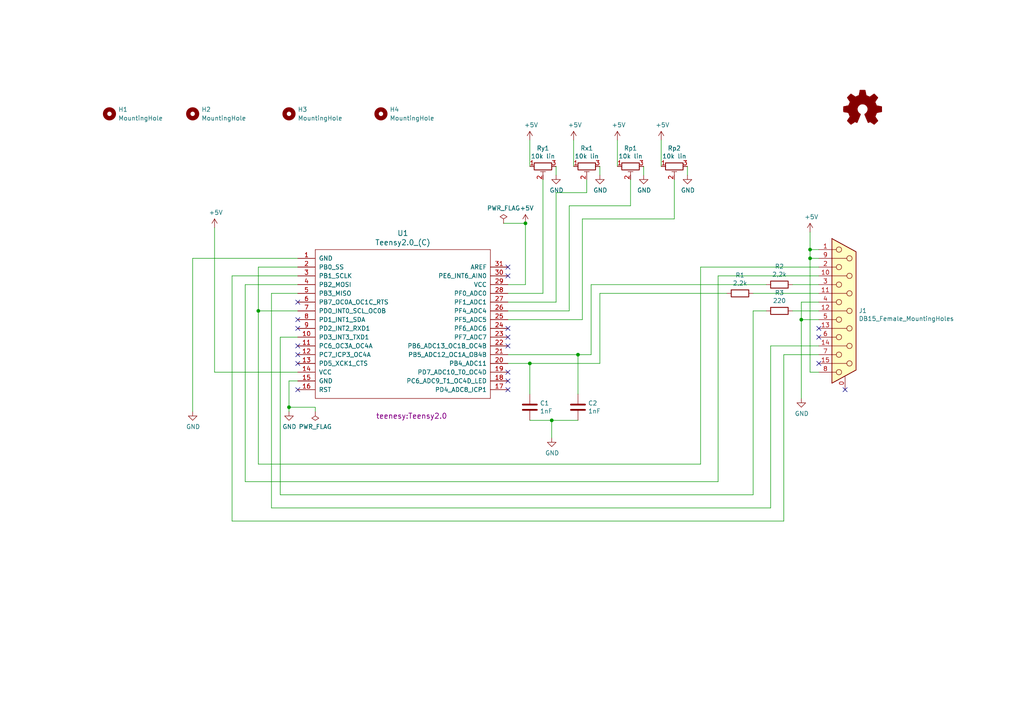
<source format=kicad_sch>
(kicad_sch (version 20230121) (generator eeschema)
  (paper "A4")
  (title_block (title "Adapt-FFB-Joy Tic Tac Edition") (date "2023-10-01") (rev "1.1") (comment 1 "by gh0stless 2023"))
  (lib_symbols
    (symbol "Adapt-FFB-Joy Tic Tac Edition-rescue:DB15_Female_MountingHoles-Connector" (pin_names (offset 1.016) hide)
      (property "Reference" "J" (at 0 24.13 0))
      (property "Value" "Connector_DB15_Female_MountingHoles" (at 0 22.225 0))
      (symbol "DB15_Female_MountingHoles-Connector_0_1"
        (circle (center -1.778 -17.78) (radius 0.762))
        (circle (center -1.778 -12.7) (radius 0.762))
        (circle (center -1.778 -7.62) (radius 0.762))
        (circle (center -1.778 -2.54) (radius 0.762))
        (circle (center -1.778 2.54) (radius 0.762))
        (circle (center -1.778 7.62) (radius 0.762))
        (circle (center -1.778 12.7) (radius 0.762))
        (circle (center -1.778 17.78) (radius 0.762))
        (polyline (pts (xy -3.81 -17.78) (xy -2.54 -17.78)))
        (polyline (pts (xy -3.81 -15.24) (xy 0.508 -15.24)))
        (polyline (pts (xy -3.81 -12.7) (xy -2.54 -12.7)))
        (polyline (pts (xy -3.81 -10.16) (xy 0.508 -10.16)))
        (polyline (pts (xy -3.81 -7.62) (xy -2.54 -7.62)))
        (polyline (pts (xy -3.81 -5.08) (xy 0.508 -5.08)))
        (polyline (pts (xy -3.81 -2.54) (xy -2.54 -2.54)))
        (polyline (pts (xy -3.81 0) (xy 0.508 0)))
        (polyline (pts (xy -3.81 2.54) (xy -2.54 2.54)))
        (polyline (pts (xy -3.81 5.08) (xy 0.508 5.08)))
        (polyline (pts (xy -3.81 7.62) (xy -2.54 7.62)))
        (polyline (pts (xy -3.81 10.16) (xy 0.508 10.16)))
        (polyline (pts (xy -3.81 12.7) (xy -2.54 12.7)))
        (polyline (pts (xy -3.81 15.24) (xy 0.508 15.24)))
        (polyline (pts (xy -3.81 17.78) (xy -2.54 17.78)))
        (polyline (pts (xy -3.81 20.955) (xy 3.175 17.145) (xy 3.175 -17.145) (xy -3.81 -20.955) (xy -3.81 20.955)) (stroke (width 0.254)) (fill (type background)))
        (circle (center 1.27 -15.24) (radius 0.762))
        (circle (center 1.27 -10.16) (radius 0.762))
        (circle (center 1.27 -5.08) (radius 0.762))
        (circle (center 1.27 0) (radius 0.762))
        (circle (center 1.27 5.08) (radius 0.762))
        (circle (center 1.27 10.16) (radius 0.762))
        (circle (center 1.27 15.24) (radius 0.762))
      )
      (symbol "DB15_Female_MountingHoles-Connector_1_1"
        (pin passive line (at 0 -22.86 90) (length 3.81) (name "PAD") (number "0"))
        (pin passive line (at -7.62 17.78 0) (length 3.81) (name "1") (number "1"))
        (pin passive line (at -7.62 10.16 0) (length 3.81) (name "P10") (number "10"))
        (pin passive line (at -7.62 5.08 0) (length 3.81) (name "P111") (number "11"))
        (pin passive line (at -7.62 0 0) (length 3.81) (name "P12") (number "12"))
        (pin passive line (at -7.62 -5.08 0) (length 3.81) (name "P13") (number "13"))
        (pin passive line (at -7.62 -10.16 0) (length 3.81) (name "P14") (number "14"))
        (pin passive line (at -7.62 -15.24 0) (length 3.81) (name "P15") (number "15"))
        (pin passive line (at -7.62 12.7 0) (length 3.81) (name "2") (number "2"))
        (pin passive line (at -7.62 7.62 0) (length 3.81) (name "3") (number "3"))
        (pin passive line (at -7.62 2.54 0) (length 3.81) (name "4") (number "4"))
        (pin passive line (at -7.62 -2.54 0) (length 3.81) (name "5") (number "5"))
        (pin passive line (at -7.62 -7.62 0) (length 3.81) (name "6") (number "6"))
        (pin passive line (at -7.62 -12.7 0) (length 3.81) (name "7") (number "7"))
        (pin passive line (at -7.62 -17.78 0) (length 3.81) (name "8") (number "8"))
        (pin passive line (at -7.62 15.24 0) (length 3.81) (name "P9") (number "9"))
      )
    )
    (symbol "Adapt-FFB-Joy Tic Tac Edition-rescue:R_POT_TRIM-Device" (pin_names (offset 1.016) hide)
      (property "Reference" "RV" (at -4.445 0 90))
      (property "Value" "Device_R_POT_TRIM" (at -2.54 0 90))
      (symbol "R_POT_TRIM-Device_0_1"
        (polyline (pts (xy 1.524 0.762) (xy 1.524 -0.762)))
        (polyline (pts (xy 2.54 0) (xy 1.524 0)))
        (rectangle (start 1.016 2.54) (end -1.016 -2.54) (stroke (width 0.254)))
      )
      (symbol "R_POT_TRIM-Device_1_1"
        (pin passive line (at 0 3.81 270) (length 1.27) (name "1") (number "1"))
        (pin passive line (at 3.81 0 180) (length 1.27) (name "2") (number "2"))
        (pin passive line (at 0 -3.81 90) (length 1.27) (name "3") (number "3"))
      )
    )
    (symbol "Adapt-FFB-Joy Tic Tac Edition-rescue:Teensy2.0_(C)-teensy" (pin_names (offset 1.016))
      (property "Reference" "U" (at 0 24.13 0))
      (property "Value" "teensy_Teensy2.0_(C)" (at 0 -24.13 0))
      (symbol "Teensy2.0_(C)-teensy_0_1"
        (rectangle (start -25.4 21.59) (end 25.4 -21.59))
      )
      (symbol "Teensy2.0_(C)-teensy_1_1"
        (pin power_in line (at -30.48 19.05 0) (length 5.08) (name "GND") (number "1"))
        (pin bidirectional line (at -30.48 -3.81 0) (length 5.08) (name "PD3_INT3_TXD1") (number "10"))
        (pin bidirectional line (at -30.48 -6.35 0) (length 5.08) (name "PC6_OC3A_OC4A") (number "11"))
        (pin bidirectional line (at -30.48 -8.89 0) (length 5.08) (name "PC7_ICP3_OC4A") (number "12"))
        (pin bidirectional line (at -30.48 -11.43 0) (length 5.08) (name "PD5_XCK1_CTS") (number "13"))
        (pin power_in line (at -30.48 -13.97 0) (length 5.08) (name "VCC") (number "14"))
        (pin power_in line (at -30.48 -16.51 0) (length 5.08) (name "GND") (number "15"))
        (pin input line (at -30.48 -19.05 0) (length 5.08) (name "RST") (number "16"))
        (pin bidirectional line (at 30.48 -19.05 180) (length 5.08) (name "PD4_ADC8_ICP1") (number "17"))
        (pin bidirectional line (at 30.48 -16.51 180) (length 5.08) (name "PC6_ADC9_T1_OC4D_LED") (number "18"))
        (pin bidirectional line (at 30.48 -13.97 180) (length 5.08) (name "PD7_ADC10_T0_OC4D") (number "19"))
        (pin bidirectional line (at -30.48 16.51 0) (length 5.08) (name "PB0_SS") (number "2"))
        (pin bidirectional line (at 30.48 -11.43 180) (length 5.08) (name "PB4_ADC11") (number "20"))
        (pin bidirectional line (at 30.48 -8.89 180) (length 5.08) (name "PB5_ADC12_OC1A_OB4B") (number "21"))
        (pin bidirectional line (at 30.48 -6.35 180) (length 5.08) (name "PB6_ADC13_OC1B_OC4B") (number "22"))
        (pin bidirectional line (at 30.48 -3.81 180) (length 5.08) (name "PF7_ADC7") (number "23"))
        (pin bidirectional line (at 30.48 -1.27 180) (length 5.08) (name "PF6_ADC6") (number "24"))
        (pin bidirectional line (at 30.48 1.27 180) (length 5.08) (name "PF5_ADC5") (number "25"))
        (pin bidirectional line (at 30.48 3.81 180) (length 5.08) (name "PF4_ADC4") (number "26"))
        (pin bidirectional line (at 30.48 6.35 180) (length 5.08) (name "PF1_ADC1") (number "27"))
        (pin bidirectional line (at 30.48 8.89 180) (length 5.08) (name "PF0_ADC0") (number "28"))
        (pin power_in line (at 30.48 11.43 180) (length 5.08) (name "VCC") (number "29"))
        (pin bidirectional line (at -30.48 13.97 0) (length 5.08) (name "PB1_SCLK") (number "3"))
        (pin bidirectional line (at 30.48 13.97 180) (length 5.08) (name "PE6_INT6_AIN0") (number "30"))
        (pin input line (at 30.48 16.51 180) (length 5.08) (name "AREF") (number "31"))
        (pin bidirectional line (at -30.48 11.43 0) (length 5.08) (name "PB2_MOSI") (number "4"))
        (pin bidirectional line (at -30.48 8.89 0) (length 5.08) (name "PB3_MISO") (number "5"))
        (pin bidirectional line (at -30.48 6.35 0) (length 5.08) (name "PB7_OC0A_OC1C_RTS") (number "6"))
        (pin bidirectional line (at -30.48 3.81 0) (length 5.08) (name "PD0_INT0_SCL_OC0B") (number "7"))
        (pin bidirectional line (at -30.48 1.27 0) (length 5.08) (name "PD1_INT1_SDA") (number "8"))
        (pin bidirectional line (at -30.48 -1.27 0) (length 5.08) (name "PD2_INT2_RXD1") (number "9"))
      )
    )
    (symbol "Device:C" (pin_numbers hide) (pin_names (offset 0.254))
      (property "Reference" "C" (at 0.635 2.54 0))
      (property "Value" "C" (at 0.635 -2.54 0))
      (symbol "C_0_1"
        (polyline (pts (xy -2.032 -0.762) (xy 2.032 -0.762)) (stroke (width 0.508)))
        (polyline (pts (xy -2.032 0.762) (xy 2.032 0.762)) (stroke (width 0.508)))
      )
      (symbol "C_1_1"
        (pin passive line (at 0 3.81 270) (length 2.794) (name "~") (number "1"))
        (pin passive line (at 0 -3.81 90) (length 2.794) (name "~") (number "2"))
      )
    )
    (symbol "Device:R" (pin_numbers hide) (pin_names (offset 0))
      (property "Reference" "R" (at 2.032 0 90))
      (property "Value" "R" (at 0 0 90))
      (symbol "R_0_1"
        (rectangle (start -1.016 -2.54) (end 1.016 2.54) (stroke (width 0.254)))
      )
      (symbol "R_1_1"
        (pin passive line (at 0 3.81 270) (length 1.27) (name "~") (number "1"))
        (pin passive line (at 0 -3.81 90) (length 1.27) (name "~") (number "2"))
      )
    )
    (symbol "Graphic:Logo_Open_Hardware_Small" (in_bom no) (on_board no)
      (symbol "Logo_Open_Hardware_Small_0_1"
        (polyline (pts (xy 3.3528 -4.3434) (xy 3.302 -4.318) (xy 3.175 -4.2418) (xy 2.9972 -4.1148) (xy 2.7686 -3.9624) (xy 2.54 -3.81) (xy 2.3622 -3.7084) (xy 2.2352 -3.6068) (xy 2.1844 -3.5814) (xy 2.159 -3.6068) (xy 2.0574 -3.6576) (xy 1.905 -3.7338) (xy 1.8034 -3.7846) (xy 1.6764 -3.8354) (xy 1.6002 -3.8354) (xy 1.6002 -3.8354) (xy 1.5494 -3.7338) (xy 1.4732 -3.5306) (xy 1.3462 -3.302) (xy 1.2446 -3.0226) (xy 1.1176 -2.7178) (xy 0.9652 -2.413) (xy 0.8636 -2.1082) (xy 0.7366 -1.8288) (xy 0.6604 -1.6256) (xy 0.6096 -1.4732) (xy 0.5842 -1.397) (xy 0.5842 -1.397) (xy 0.6604 -1.3208) (xy 0.7874 -1.2446) (xy 1.0414 -1.016) (xy 1.2954 -0.6858) (xy 1.4478 -0.3302) (xy 1.524 0.0762) (xy 1.4732 0.4572) (xy 1.3208 0.8128) (xy 1.0668 1.143) (xy 0.762 1.3716) (xy 0.4064 1.524) (xy 0 1.5748) (xy -0.381 1.5494) (xy -0.7366 1.397) (xy -1.0668 1.143) (xy -1.2192 0.9906) (xy -1.397 0.6604) (xy -1.524 0.3048) (xy -1.524 0.2286) (xy -1.4986 -0.1778) (xy -1.397 -0.5334) (xy -1.1938 -0.8636) (xy -0.9144 -1.143) (xy -0.8636 -1.1684) (xy -0.7366 -1.27) (xy -0.635 -1.3462) (xy -0.5842 -1.397) (xy -1.0668 -2.5908) (xy -1.143 -2.794) (xy -1.2954 -3.1242) (xy -1.397 -3.4036) (xy -1.4986 -3.6322) (xy -1.5748 -3.7846) (xy -1.6002 -3.8354) (xy -1.6002 -3.8354) (xy -1.651 -3.8354) (xy -1.7272 -3.81) (xy -1.905 -3.7338) (xy -2.0066 -3.683) (xy -2.1336 -3.6068) (xy -2.2098 -3.5814) (xy -2.2606 -3.6068) (xy -2.3622 -3.683) (xy -2.54 -3.81) (xy -2.7686 -3.9624) (xy -2.9718 -4.0894) (xy -3.1496 -4.2164) (xy -3.302 -4.318) (xy -3.3528 -4.3434) (xy -3.3782 -4.3434) (xy -3.429 -4.318) (xy -3.5306 -4.2164) (xy -3.7084 -4.064) (xy -3.937 -3.8354) (xy -3.9624 -3.81) (xy -4.1656 -3.6068) (xy -4.318 -3.4544) (xy -4.4196 -3.3274) (xy -4.445 -3.2766) (xy -4.445 -3.2766) (xy -4.4196 -3.2258) (xy -4.318 -3.0734) (xy -4.2164 -2.8956) (xy -4.064 -2.667) (xy -3.6576 -2.0828) (xy -3.8862 -1.5494) (xy -3.937 -1.3716) (xy -4.0386 -1.1684) (xy -4.0894 -1.0414) (xy -4.1148 -0.9652) (xy -4.191 -0.9398) (xy -4.318 -0.9144) (xy -4.5466 -0.8636) (xy -4.8006 -0.8128) (xy -5.0546 -0.7874) (xy -5.2578 -0.7366) (xy -5.4356 -0.7112) (xy -5.5118 -0.6858) (xy -5.5118 -0.6858) (xy -5.5372 -0.635) (xy -5.5372 -0.5588) (xy -5.5372 -0.4318) (xy -5.5626 -0.2286) (xy -5.5626 0.0762) (xy -5.5626 0.127) (xy -5.5372 0.4064) (xy -5.5372 0.635) (xy -5.5372 0.762) (xy -5.5372 0.8382) (xy -5.5372 0.8382) (xy -5.461 0.8382) (xy -5.3086 0.889) (xy -5.08 0.9144) (xy -4.826 0.9652) (xy -4.8006 0.9906) (xy -4.5466 1.0414) (xy -4.318 1.0668) (xy -4.1656 1.1176) (xy -4.0894 1.143) (xy -4.0894 1.143) (xy -4.0386 1.2446) (xy -3.9624 1.4224) (xy -3.8608 1.6256) (xy -3.7846 1.8288) (xy -3.7084 2.0066) (xy -3.6576 2.159) (xy -3.6322 2.2098) (xy -3.6322 2.2098) (xy -3.683 2.286) (xy -3.7592 2.413) (xy -3.8862 2.5908) (xy -4.064 2.8194) (xy -4.064 2.8448) (xy -4.2164 3.0734) (xy -4.3434 3.2512) (xy -4.4196 3.3782) (xy -4.445 3.4544) (xy -4.445 3.4544) (xy -4.3942 3.5052) (xy -4.2926 3.6322) (xy -4.1148 3.81) (xy -3.937 4.0132) (xy -3.8608 4.064) (xy -3.6576 4.2926) (xy -3.5052 4.4196) (xy -3.4036 4.4958) (xy -3.3528 4.5212) (xy -3.3528 4.5212) (xy -3.302 4.4704) (xy -3.1496 4.3688) (xy -2.9718 4.2418) (xy -2.7432 4.0894) (xy -2.7178 4.0894) (xy -2.4892 3.937) (xy -2.3114 3.81) (xy -2.1844 3.7084) (xy -2.1336 3.683) (xy -2.1082 3.683) (xy -2.032 3.7084) (xy -1.8542 3.7592) (xy -1.6764 3.8354) (xy -1.4732 3.937) (xy -1.27 4.0132) (xy -1.143 4.064) (xy -1.0668 4.1148) (xy -1.0668 4.1148) (xy -1.0414 4.191) (xy -1.016 4.3434) (xy -0.9652 4.572) (xy -0.9144 4.8514) (xy -0.889 4.9022) (xy -0.8382 5.1562) (xy -0.8128 5.3848) (xy -0.7874 5.5372) (xy -0.762 5.588) (xy -0.7112 5.6134) (xy -0.5842 5.6134) (xy -0.4064 5.6134) (xy -0.1524 5.6134) (xy 0.0762 5.6134) (xy 0.3302 5.6134) (xy 0.5334 5.6134) (xy 0.6858 5.588) (xy 0.7366 5.588) (xy 0.7366 5.588) (xy 0.762 5.5118) (xy 0.8128 5.334) (xy 0.8382 5.1054) (xy 0.9144 4.826) (xy 0.9144 4.7752) (xy 0.9652 4.5212) (xy 1.016 4.2926) (xy 1.0414 4.1402) (xy 1.0668 4.0894) (xy 1.0668 4.0894) (xy 1.1938 4.0386) (xy 1.3716 3.9624) (xy 1.5748 3.8608) (xy 2.0828 3.6576) (xy 2.7178 4.0894) (xy 2.7686 4.1402) (xy 2.9972 4.2926) (xy 3.175 4.4196) (xy 3.302 4.4958) (xy 3.3782 4.5212) (xy 3.3782 4.5212) (xy 3.429 4.4704) (xy 3.556 4.3434) (xy 3.7338 4.191) (xy 3.9116 3.9878) (xy 4.064 3.8354) (xy 4.2418 3.6576) (xy 4.3434 3.556) (xy 4.4196 3.4798) (xy 4.4196 3.429) (xy 4.4196 3.4036) (xy 4.3942 3.3274) (xy 4.2926 3.2004) (xy 4.1656 2.9972) (xy 4.0132 2.794) (xy 3.8862 2.5908) (xy 3.7592 2.3876) (xy 3.6576 2.2352) (xy 3.6322 2.159) (xy 3.6322 2.1336) (xy 3.683 2.0066) (xy 3.7592 1.8288) (xy 3.8608 1.6002) (xy 4.064 1.1176) (xy 4.3942 1.0414) (xy 4.5974 1.016) (xy 4.8768 0.9652) (xy 5.1308 0.9144) (xy 5.5372 0.8382) (xy 5.5626 -0.6604) (xy 5.4864 -0.6858) (xy 5.4356 -0.6858) (xy 5.2832 -0.7366) (xy 5.0546 -0.762) (xy 4.8006 -0.8128) (xy 4.5974 -0.8636) (xy 4.3688 -0.9144) (xy 4.2164 -0.9398) (xy 4.1402 -0.9398) (xy 4.1148 -0.9652) (xy 4.064 -1.0668) (xy 3.9878 -1.2446) (xy 3.9116 -1.4478) (xy 3.81 -1.651) (xy 3.7338 -1.8542) (xy 3.683 -2.0066) (xy 3.6576 -2.0828) (xy 3.683 -2.1336) (xy 3.7846 -2.2606) (xy 3.8862 -2.4638) (xy 4.0386 -2.667) (xy 4.191 -2.8956) (xy 4.318 -3.0734) (xy 4.3942 -3.2004) (xy 4.445 -3.2766) (xy 4.4196 -3.3274) (xy 4.3434 -3.429) (xy 4.1656 -3.5814) (xy 3.937 -3.8354) (xy 3.8862 -3.8608) (xy 3.683 -4.064) (xy 3.5306 -4.2164) (xy 3.4036 -4.318) (xy 3.3528 -4.3434)) (fill (type outline)))
      )
    )
    (symbol "Mechanical:MountingHole" (pin_names (offset 1.016))
      (property "Reference" "H" (at 0 5.08 0))
      (property "Value" "MountingHole" (at 0 3.175 0))
      (symbol "MountingHole_0_1"
        (circle (center 0 0) (radius 1.27) (stroke (width 1.27)))
      )
    )
    (symbol "power:+5V" (power) (pin_names (offset 0))
      (property "Value" "+5V" (at 0 3.556 0))
      (symbol "+5V_0_1"
        (polyline (pts (xy -0.762 1.27) (xy 0 2.54)))
        (polyline (pts (xy 0 0) (xy 0 2.54)))
        (polyline (pts (xy 0 2.54) (xy 0.762 1.27)))
      )
      (symbol "+5V_1_1"
        (pin power_in line (at 0 0 90) (length 0) hide (name "+5V") (number "1"))
      )
    )
    (symbol "power:GND" (power) (pin_names (offset 0))
      (property "Value" "GND" (at 0 -3.81 0))
      (symbol "GND_0_1"
        (polyline (pts (xy 0 0) (xy 0 -1.27) (xy 1.27 -1.27) (xy 0 -2.54) (xy -1.27 -1.27) (xy 0 -1.27)))
      )
      (symbol "GND_1_1"
        (pin power_in line (at 0 0 270) (length 0) hide (name "GND") (number "1"))
      )
    )
    (symbol "power:PWR_FLAG" (power) (pin_numbers hide) (pin_names (offset 0) hide)
      (property "Value" "PWR_FLAG" (at 0 3.81 0))
      (symbol "PWR_FLAG_0_0"
        (pin power_out line (at 0 0 90) (length 0) (name "pwr") (number "1"))
      )
      (symbol "PWR_FLAG_0_1"
        (polyline (pts (xy 0 0) (xy 0 1.27) (xy -1.016 1.905) (xy 0 2.54) (xy 1.016 1.905) (xy 0 1.27)))
      )
    )
  )
  (junction (at 167.64 102.87))
  (junction (at 234.95 74.93))
  (junction (at 74.93 90.17))
  (junction (at 152.4 64.77))
  (junction (at 234.95 72.39))
  (junction (at 232.41 92.71))
  (junction (at 153.67 105.41))
  (junction (at 160.02 121.92))
  (junction (at 83.82 118.11))
  (no_connect (at 86.36 95.25))
  (no_connect (at 147.32 110.49))
  (no_connect (at 147.32 97.79))
  (no_connect (at 147.32 113.03))
  (no_connect (at 86.36 100.33))
  (no_connect (at 86.36 87.63))
  (no_connect (at 147.32 77.47))
  (no_connect (at 147.32 100.33))
  (no_connect (at 86.36 92.71))
  (no_connect (at 237.49 105.41))
  (no_connect (at 245.11 113.03))
  (no_connect (at 237.49 97.79))
  (no_connect (at 86.36 105.41))
  (no_connect (at 86.36 113.03))
  (no_connect (at 147.32 107.95))
  (no_connect (at 147.32 80.01))
  (no_connect (at 86.36 102.87))
  (no_connect (at 147.32 95.25))
  (no_connect (at 237.49 95.25))
  (wire (pts (xy 237.49 77.47) (xy 203.2 77.47)))
  (wire (pts (xy 227.33 102.87) (xy 227.33 151.13)))
  (wire (pts (xy 237.49 87.63) (xy 232.41 87.63)))
  (wire (pts (xy 222.25 82.55) (xy 171.45 82.55)))
  (wire (pts (xy 152.4 64.77) (xy 152.4 82.55)))
  (wire (pts (xy 74.93 134.62) (xy 74.93 90.17)))
  (wire (pts (xy 191.77 40.64) (xy 191.77 48.26)))
  (wire (pts (xy 147.32 87.63) (xy 161.29 87.63)))
  (wire (pts (xy 170.18 55.88) (xy 170.18 52.07)))
  (wire (pts (xy 218.44 90.17) (xy 222.25 90.17)))
  (wire (pts (xy 153.67 40.64) (xy 153.67 48.26)))
  (wire (pts (xy 83.82 110.49) (xy 86.36 110.49)))
  (wire (pts (xy 78.74 85.09) (xy 78.74 147.32)))
  (wire (pts (xy 182.88 59.69) (xy 182.88 52.07)))
  (wire (pts (xy 86.36 107.95) (xy 62.23 107.95)))
  (wire (pts (xy 86.36 82.55) (xy 71.12 82.55)))
  (wire (pts (xy 161.29 87.63) (xy 161.29 55.88)))
  (wire (pts (xy 91.44 119.38) (xy 91.44 118.11)))
  (wire (pts (xy 147.32 92.71) (xy 168.91 92.71)))
  (wire (pts (xy 234.95 74.93) (xy 234.95 107.95)))
  (wire (pts (xy 167.64 102.87) (xy 147.32 102.87)))
  (wire (pts (xy 67.31 80.01) (xy 67.31 151.13)))
  (wire (pts (xy 218.44 143.51) (xy 81.28 143.51)))
  (wire (pts (xy 208.28 80.01) (xy 208.28 139.7)))
  (wire (pts (xy 74.93 90.17) (xy 86.36 90.17)))
  (wire (pts (xy 232.41 92.71) (xy 232.41 115.57)))
  (wire (pts (xy 147.32 90.17) (xy 165.1 90.17)))
  (wire (pts (xy 160.02 121.92) (xy 167.64 121.92)))
  (wire (pts (xy 234.95 67.31) (xy 234.95 72.39)))
  (wire (pts (xy 165.1 90.17) (xy 165.1 59.69)))
  (wire (pts (xy 166.37 40.64) (xy 166.37 48.26)))
  (wire (pts (xy 173.99 48.26) (xy 173.99 50.8)))
  (wire (pts (xy 237.49 82.55) (xy 229.87 82.55)))
  (wire (pts (xy 168.91 92.71) (xy 168.91 63.5)))
  (wire (pts (xy 234.95 74.93) (xy 237.49 74.93)))
  (wire (pts (xy 153.67 105.41) (xy 173.99 105.41)))
  (wire (pts (xy 86.36 80.01) (xy 67.31 80.01)))
  (wire (pts (xy 237.49 72.39) (xy 234.95 72.39)))
  (wire (pts (xy 167.64 114.3) (xy 167.64 102.87)))
  (wire (pts (xy 74.93 90.17) (xy 74.93 77.47)))
  (wire (pts (xy 71.12 82.55) (xy 71.12 139.7)))
  (wire (pts (xy 81.28 97.79) (xy 81.28 143.51)))
  (wire (pts (xy 171.45 102.87) (xy 167.64 102.87)))
  (wire (pts (xy 237.49 102.87) (xy 227.33 102.87)))
  (wire (pts (xy 62.23 66.04) (xy 62.23 107.95)))
  (wire (pts (xy 208.28 139.7) (xy 71.12 139.7)))
  (wire (pts (xy 161.29 55.88) (xy 170.18 55.88)))
  (wire (pts (xy 223.52 147.32) (xy 78.74 147.32)))
  (wire (pts (xy 83.82 119.38) (xy 83.82 118.11)))
  (wire (pts (xy 157.48 85.09) (xy 147.32 85.09)))
  (wire (pts (xy 173.99 85.09) (xy 210.82 85.09)))
  (wire (pts (xy 153.67 114.3) (xy 153.67 105.41)))
  (wire (pts (xy 55.88 74.93) (xy 55.88 119.38)))
  (wire (pts (xy 203.2 77.47) (xy 203.2 134.62)))
  (wire (pts (xy 67.31 151.13) (xy 227.33 151.13)))
  (wire (pts (xy 234.95 72.39) (xy 234.95 74.93)))
  (wire (pts (xy 232.41 92.71) (xy 237.49 92.71)))
  (wire (pts (xy 237.49 85.09) (xy 218.44 85.09)))
  (wire (pts (xy 55.88 74.93) (xy 86.36 74.93)))
  (wire (pts (xy 237.49 80.01) (xy 208.28 80.01)))
  (wire (pts (xy 237.49 100.33) (xy 223.52 100.33)))
  (wire (pts (xy 229.87 90.17) (xy 237.49 90.17)))
  (wire (pts (xy 152.4 64.77) (xy 146.05 64.77)))
  (wire (pts (xy 157.48 52.07) (xy 157.48 85.09)))
  (wire (pts (xy 195.58 63.5) (xy 195.58 52.07)))
  (wire (pts (xy 171.45 82.55) (xy 171.45 102.87)))
  (wire (pts (xy 74.93 77.47) (xy 86.36 77.47)))
  (wire (pts (xy 179.07 40.64) (xy 179.07 48.26)))
  (wire (pts (xy 168.91 63.5) (xy 195.58 63.5)))
  (wire (pts (xy 234.95 107.95) (xy 237.49 107.95)))
  (wire (pts (xy 199.39 48.26) (xy 199.39 50.8)))
  (wire (pts (xy 83.82 118.11) (xy 83.82 110.49)))
  (wire (pts (xy 86.36 85.09) (xy 78.74 85.09)))
  (wire (pts (xy 147.32 105.41) (xy 153.67 105.41)))
  (wire (pts (xy 161.29 48.26) (xy 161.29 50.8)))
  (wire (pts (xy 147.32 82.55) (xy 152.4 82.55)))
  (wire (pts (xy 223.52 100.33) (xy 223.52 147.32)))
  (wire (pts (xy 232.41 87.63) (xy 232.41 92.71)))
  (wire (pts (xy 218.44 90.17) (xy 218.44 143.51)))
  (wire (pts (xy 91.44 118.11) (xy 83.82 118.11)))
  (wire (pts (xy 173.99 105.41) (xy 173.99 85.09)))
  (wire (pts (xy 153.67 121.92) (xy 160.02 121.92)))
  (wire (pts (xy 165.1 59.69) (xy 182.88 59.69)))
  (wire (pts (xy 86.36 97.79) (xy 81.28 97.79)))
  (wire (pts (xy 160.02 121.92) (xy 160.02 127)))
  (wire (pts (xy 186.69 48.26) (xy 186.69 50.8)))
  (wire (pts (xy 203.2 134.62) (xy 74.93 134.62)))
  (symbol (lib_id "Adapt-FFB-Joy Tic Tac Edition-rescue:Teensy2.0_(C)-teensy") (at 116.84 93.98 0) (unit 1)
    (property "Reference" "U1" (at 116.84 67.6402 0) (effects (font (size 1.524 1.524))))
    (property "Value" "Teensy2.0_(C)" (at 116.84 70.3326 0) (effects (font (size 1.524 1.524))))
    (property "Footprint" "teenesy:Teensy2.0" (at 119.38 120.65 0) (effects (font (size 1.524 1.524))))
  )
  (symbol (lib_id "Adapt-FFB-Joy Tic Tac Edition-rescue:DB15_Female_MountingHoles-Connector") (at 245.11 90.17 0) (unit 1)
    (property "Reference" "J1" (at 249.047 90.1192 0) (effects (justify left)))
    (property "Value" "DB15_Female_MountingHoles" (at 249.047 92.4306 0) (effects (justify left)))
    (property "Footprint" "Connector_Dsub:DSUB-15_Female_Horizontal_P2.77x2.84mm_EdgePinOffset4.94mm_Housed_MountingHolesOffset7.48mm" (effects hide))
    (property "Datasheet" " ~" (effects hide))
  )
  (symbol (lib_id "power:GND") (at 232.41 115.57 0) (unit 1)
    (property "Reference" "#PWR0101" (effects hide))
    (property "Value" "GND" (at 232.537 119.9642 0))
  )
  (symbol (lib_id "power:+5V") (at 234.95 67.31 0) (unit 1)
    (property "Reference" "#PWR0102" (effects hide))
    (property "Value" "+5V" (at 235.331 62.9158 0))
  )
  (symbol (lib_id "Device:R") (at 226.06 82.55 270) (unit 1)
    (property "Reference" "R2" (at 226.06 77.2922 90))
    (property "Value" "2,2k" (at 226.06 79.6036 90))
    (property "Footprint" "Resistor_THT:R_Axial_DIN0207_L6.3mm_D2.5mm_P10.16mm_Horizontal" (effects hide))
  )
  (symbol (lib_id "Device:R") (at 214.63 85.09 270) (unit 1)
    (property "Reference" "R1" (at 214.63 79.8322 90))
    (property "Value" "2,2k" (at 214.63 82.1436 90))
    (property "Footprint" "Resistor_THT:R_Axial_DIN0207_L6.3mm_D2.5mm_P10.16mm_Horizontal" (effects hide))
  )
  (symbol (lib_id "Device:R") (at 226.06 90.17 270) (unit 1)
    (property "Reference" "R3" (at 226.06 84.9122 90))
    (property "Value" "220" (at 226.06 87.2236 90))
    (property "Footprint" "Resistor_THT:R_Axial_DIN0207_L6.3mm_D2.5mm_P10.16mm_Horizontal" (effects hide))
  )
  (symbol (lib_id "Adapt-FFB-Joy Tic Tac Edition-rescue:R_POT_TRIM-Device") (at 157.48 48.26 90) (mirror x) (unit 1)
    (property "Reference" "Ry1" (at 157.48 43.0022 90))
    (property "Value" "10k lin" (at 157.48 45.3136 90))
    (property "Footprint" "Connector_PinHeader_2.54mm:PinHeader_1x03_P2.54mm_Vertical" (effects hide))
  )
  (symbol (lib_id "Adapt-FFB-Joy Tic Tac Edition-rescue:R_POT_TRIM-Device") (at 170.18 48.26 90) (mirror x) (unit 1)
    (property "Reference" "Rx1" (at 170.18 43.0022 90))
    (property "Value" "10k lin" (at 170.18 45.3136 90))
    (property "Footprint" "Connector_PinHeader_2.54mm:PinHeader_1x03_P2.54mm_Vertical" (effects hide))
  )
  (symbol (lib_id "Adapt-FFB-Joy Tic Tac Edition-rescue:R_POT_TRIM-Device") (at 182.88 48.26 90) (mirror x) (unit 1)
    (property "Reference" "Rp1" (at 182.88 43.0022 90))
    (property "Value" "10k lin" (at 182.88 45.3136 90))
    (property "Footprint" "Connector_PinHeader_2.54mm:PinHeader_1x03_P2.54mm_Vertical" (effects hide))
  )
  (symbol (lib_id "Adapt-FFB-Joy Tic Tac Edition-rescue:R_POT_TRIM-Device") (at 195.58 48.26 90) (mirror x) (unit 1)
    (property "Reference" "Rp2" (at 195.58 43.0022 90))
    (property "Value" "10k lin" (at 195.58 45.3136 90))
    (property "Footprint" "Connector_PinHeader_2.54mm:PinHeader_1x03_P2.54mm_Vertical" (effects hide))
  )
  (symbol (lib_id "Device:C") (at 153.67 118.11 0) (unit 1)
    (property "Reference" "C1" (at 156.591 116.9416 0) (effects (justify left)))
    (property "Value" "1nF" (at 156.591 119.253 0) (effects (justify left)))
    (property "Footprint" "Capacitor_THT:C_Disc_D3.0mm_W2.0mm_P2.50mm" (effects hide))
  )
  (symbol (lib_id "power:GND") (at 161.29 50.8 0) (unit 1)
    (property "Reference" "#PWR0104" (effects hide))
    (property "Value" "GND" (at 161.417 55.1942 0))
  )
  (symbol (lib_id "Device:C") (at 167.64 118.11 0) (unit 1)
    (property "Reference" "C2" (at 170.561 116.9416 0) (effects (justify left)))
    (property "Value" "1nF" (at 170.561 119.253 0) (effects (justify left)))
    (property "Footprint" "Capacitor_THT:C_Disc_D3.0mm_W2.0mm_P2.50mm" (effects hide))
  )
  (symbol (lib_id "power:GND") (at 173.99 50.8 0) (unit 1)
    (property "Reference" "#PWR0105" (effects hide))
    (property "Value" "GND" (at 174.117 55.1942 0))
  )
  (symbol (lib_id "power:GND") (at 160.02 127 0) (unit 1)
    (property "Reference" "#PWR0103" (effects hide))
    (property "Value" "GND" (at 160.147 131.3942 0))
  )
  (symbol (lib_id "power:GND") (at 186.69 50.8 0) (unit 1)
    (property "Reference" "#PWR0106" (effects hide))
    (property "Value" "GND" (at 186.817 55.1942 0))
  )
  (symbol (lib_id "power:GND") (at 199.39 50.8 0) (unit 1)
    (property "Reference" "#PWR0107" (effects hide))
    (property "Value" "GND" (at 199.517 55.1942 0))
  )
  (symbol (lib_id "power:+5V") (at 153.67 40.64 0) (unit 1)
    (property "Reference" "#PWR0108" (effects hide))
    (property "Value" "+5V" (at 154.051 36.2458 0))
  )
  (symbol (lib_id "power:+5V") (at 166.37 40.64 0) (unit 1)
    (property "Reference" "#PWR0109" (effects hide))
    (property "Value" "+5V" (at 166.751 36.2458 0))
  )
  (symbol (lib_id "power:+5V") (at 179.07 40.64 0) (unit 1)
    (property "Reference" "#PWR0110" (effects hide))
    (property "Value" "+5V" (at 179.451 36.2458 0))
  )
  (symbol (lib_id "power:+5V") (at 191.77 40.64 0) (unit 1)
    (property "Reference" "#PWR0111" (effects hide))
    (property "Value" "+5V" (at 192.151 36.2458 0))
  )
  (symbol (lib_id "power:+5V") (at 152.4 64.77 0) (unit 1)
    (property "Reference" "#PWR0114" (effects hide))
    (property "Value" "+5V" (at 152.781 60.3758 0))
  )
  (symbol (lib_id "power:GND") (at 55.88 119.38 0) (unit 1)
    (property "Reference" "#PWR0115" (effects hide))
    (property "Value" "GND" (at 56.007 123.7742 0))
  )
  (symbol (lib_id "power:+5V") (at 62.23 66.04 0) (unit 1)
    (property "Reference" "#PWR0112" (effects hide))
    (property "Value" "+5V" (at 62.611 61.6458 0))
  )
  (symbol (lib_id "power:GND") (at 83.82 119.38 0) (unit 1)
    (property "Reference" "#PWR0113" (effects hide))
    (property "Value" "GND" (at 83.947 123.7742 0))
  )
  (symbol (lib_id "power:PWR_FLAG") (at 91.44 119.38 180) (unit 1)
    (property "Reference" "#FLG0101" (effects hide))
    (property "Value" "PWR_FLAG" (at 91.44 123.7742 0))
  )
  (symbol (lib_id "power:PWR_FLAG") (at 146.05 64.77 0) (unit 1)
    (property "Reference" "#FLG0102" (effects hide))
    (property "Value" "PWR_FLAG" (at 146.05 60.3758 0))
  )
  (symbol (lib_id "Mechanical:MountingHole") (at 83.82 33.02 0) (unit 1)
    (property "Reference" "H3" (at 86.36 31.75 0) (effects (justify left)))
    (property "Value" "MountingHole" (at 86.36 34.29 0) (effects (justify left)))
    (property "Footprint" "MountingHole:MountingHole_3.2mm_M3" (effects hide))
  )
  (symbol (lib_id "Mechanical:MountingHole") (at 55.88 33.02 0) (unit 1)
    (property "Reference" "H2" (at 58.42 31.75 0) (effects (justify left)))
    (property "Value" "MountingHole" (at 58.42 34.29 0) (effects (justify left)))
    (property "Footprint" "MountingHole:MountingHole_3.2mm_M3" (effects hide))
  )
  (symbol (lib_id "Graphic:Logo_Open_Hardware_Small") (at 250.19 31.75 0) (unit 1) (in_bom no) (on_board no)
    (property "Reference" "#SYM1" (effects hide))
    (property "Value" "Logo_Open_Hardware_Small" (effects hide))
    (property "Sim.Enable" "0" (effects hide))
  )
  (symbol (lib_id "Mechanical:MountingHole") (at 31.75 33.02 0) (unit 1)
    (property "Reference" "H1" (at 34.29 31.75 0) (effects (justify left)))
    (property "Value" "MountingHole" (at 34.29 34.29 0) (effects (justify left)))
    (property "Footprint" "MountingHole:MountingHole_3.2mm_M3" (effects hide))
  )
  (symbol (lib_id "Mechanical:MountingHole") (at 110.49 33.02 0) (unit 1)
    (property "Reference" "H4" (at 113.03 31.75 0) (effects (justify left)))
    (property "Value" "MountingHole" (at 113.03 34.29 0) (effects (justify left)))
    (property "Footprint" "MountingHole:MountingHole_3.2mm_M3" (effects hide))
  )
)
</source>
